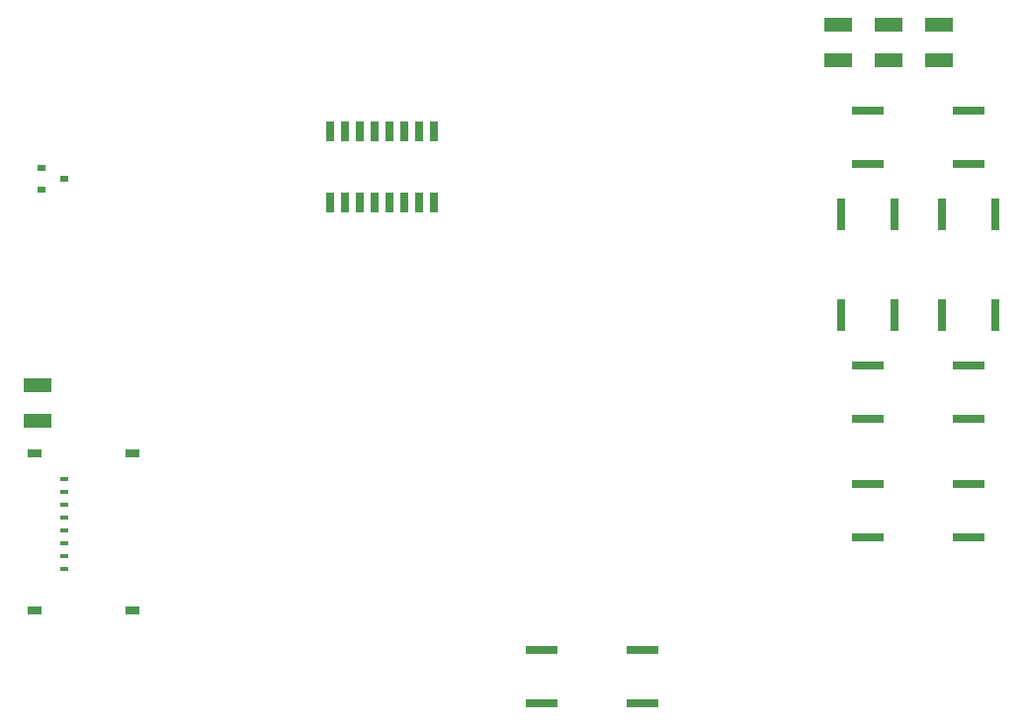
<source format=gbr>
G04 #@! TF.FileFunction,Paste,Top*
%FSLAX46Y46*%
G04 Gerber Fmt 4.6, Leading zero omitted, Abs format (unit mm)*
G04 Created by KiCad (PCBNEW 4.0.5) date 05/03/17 08:17:14*
%MOMM*%
%LPD*%
G01*
G04 APERTURE LIST*
%ADD10C,0.100000*%
%ADD11R,2.336800X1.244600*%
%ADD12R,0.795020X0.345440*%
%ADD13R,1.247140X0.795020*%
%ADD14R,0.646000X0.546000*%
%ADD15R,2.746000X0.746000*%
%ADD16R,0.746000X2.746000*%
%ADD17R,0.635000X1.778000*%
G04 APERTURE END LIST*
D10*
D11*
X181356000Y-73533000D03*
X181356000Y-76530200D03*
X185674000Y-73533000D03*
X185674000Y-76530200D03*
X189992000Y-73533000D03*
X189992000Y-76530200D03*
X112776000Y-107442000D03*
X112776000Y-104444800D03*
D12*
X114990880Y-120136920D03*
X114990880Y-119037100D03*
X114990880Y-117937280D03*
X114990880Y-116837460D03*
X114990880Y-115737640D03*
X114990880Y-114637820D03*
X114990880Y-113538000D03*
X114990880Y-112438180D03*
D13*
X112461040Y-123692920D03*
X112461040Y-110241080D03*
X120860820Y-123692920D03*
X120860820Y-110241080D03*
D14*
X113046000Y-85791000D03*
X113046000Y-87691000D03*
X115046000Y-86741000D03*
D15*
X183896000Y-85471000D03*
X192532000Y-85471000D03*
X183896000Y-80899000D03*
X192532000Y-80899000D03*
D16*
X186182000Y-98425000D03*
X186182000Y-89789000D03*
X181610000Y-98425000D03*
X181610000Y-89789000D03*
X194818000Y-98425000D03*
X194818000Y-89789000D03*
X190246000Y-98425000D03*
X190246000Y-89789000D03*
D15*
X183896000Y-107315000D03*
X192532000Y-107315000D03*
X183896000Y-102743000D03*
X192532000Y-102743000D03*
X183896000Y-117475000D03*
X192532000Y-117475000D03*
X183896000Y-112903000D03*
X192532000Y-112903000D03*
D17*
X146685000Y-82677000D03*
X145415000Y-82677000D03*
X144145000Y-82677000D03*
X142875000Y-82677000D03*
X141605000Y-82677000D03*
X140335000Y-82677000D03*
X139065000Y-82677000D03*
X137795000Y-82677000D03*
X137795000Y-88773000D03*
X139065000Y-88773000D03*
X140335000Y-88773000D03*
X141605000Y-88773000D03*
X142875000Y-88773000D03*
X144145000Y-88773000D03*
X145415000Y-88773000D03*
X146685000Y-88773000D03*
D15*
X155956000Y-131699000D03*
X164592000Y-131699000D03*
X155956000Y-127127000D03*
X164592000Y-127127000D03*
M02*

</source>
